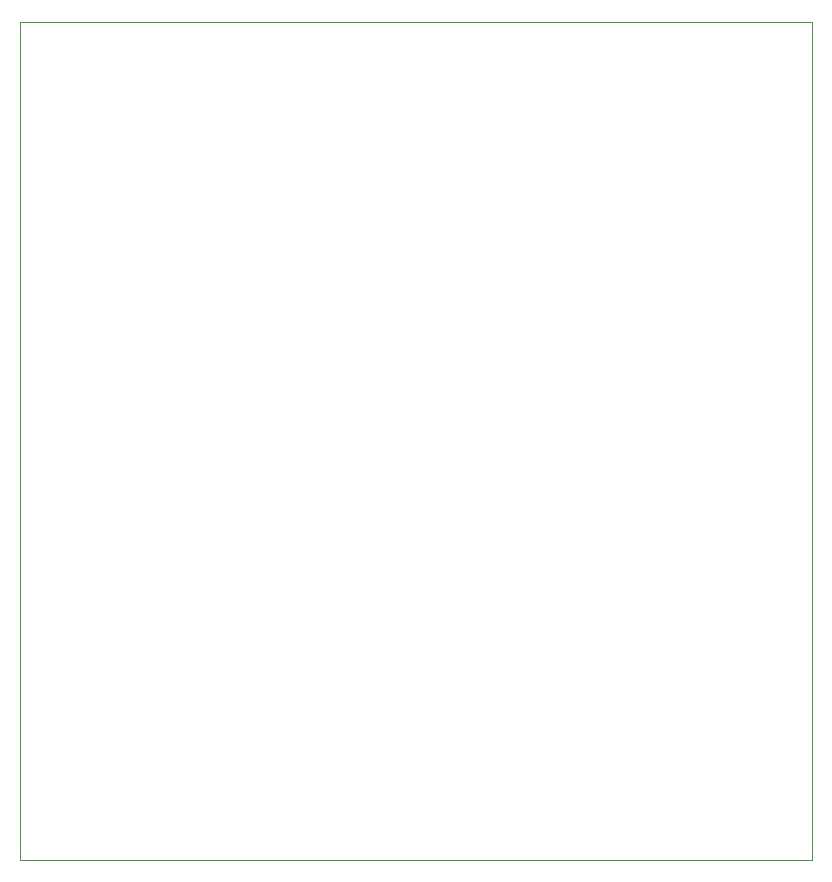
<source format=gbr>
G04 #@! TF.GenerationSoftware,KiCad,Pcbnew,(5.1.4)-1*
G04 #@! TF.CreationDate,2020-03-09T21:22:14-05:00*
G04 #@! TF.ProjectId,BigBrother,42696742-726f-4746-9865-722e6b696361,rev?*
G04 #@! TF.SameCoordinates,Original*
G04 #@! TF.FileFunction,Profile,NP*
%FSLAX46Y46*%
G04 Gerber Fmt 4.6, Leading zero omitted, Abs format (unit mm)*
G04 Created by KiCad (PCBNEW (5.1.4)-1) date 2020-03-09 21:22:14*
%MOMM*%
%LPD*%
G04 APERTURE LIST*
%ADD10C,0.100000*%
G04 APERTURE END LIST*
D10*
X112000000Y-126000000D02*
X112000000Y-55000000D01*
X179000000Y-126000000D02*
X112000000Y-126000000D01*
X179000000Y-55000000D02*
X179000000Y-126000000D01*
X112000000Y-55000000D02*
X179000000Y-55000000D01*
M02*

</source>
